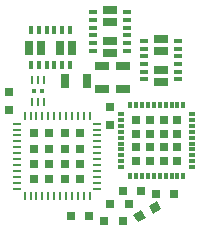
<source format=gbr>
G04 #@! TF.FileFunction,Paste,Top*
%FSLAX46Y46*%
G04 Gerber Fmt 4.6, Leading zero omitted, Abs format (unit mm)*
G04 Created by KiCad (PCBNEW 4.0.6) date Tue Feb  6 04:03:57 2018*
%MOMM*%
%LPD*%
G01*
G04 APERTURE LIST*
%ADD10C,0.100000*%
%ADD11R,0.750000X0.800000*%
%ADD12R,0.800000X0.750000*%
%ADD13R,0.800000X0.800000*%
%ADD14R,0.250000X0.700000*%
%ADD15R,0.426000X0.366000*%
%ADD16R,0.300000X0.500000*%
%ADD17R,0.500000X0.300000*%
%ADD18R,0.690000X0.690000*%
%ADD19R,0.700000X0.250000*%
%ADD20R,0.772500X0.772500*%
%ADD21R,0.790000X0.420000*%
%ADD22R,1.200000X0.800000*%
%ADD23R,0.420000X0.790000*%
%ADD24R,0.800000X1.200000*%
%ADD25R,1.300000X0.700000*%
%ADD26R,0.700000X1.300000*%
G04 APERTURE END LIST*
D10*
D11*
X161036000Y-90678000D03*
X161036000Y-89178000D03*
D12*
X164985000Y-96520000D03*
X166485000Y-96520000D03*
X162203000Y-96266000D03*
X163703000Y-96266000D03*
D11*
X152527000Y-89396000D03*
X152527000Y-87896000D03*
D12*
X159246000Y-98425000D03*
X157746000Y-98425000D03*
D13*
X161100000Y-97400000D03*
X162700000Y-97400000D03*
X162179000Y-98806000D03*
X160579000Y-98806000D03*
D14*
X154440000Y-88718000D03*
X154940000Y-88718000D03*
X155440000Y-88718000D03*
X155440000Y-86868000D03*
X154940000Y-86868000D03*
X154440000Y-86868000D03*
D15*
X155295000Y-87793000D03*
X154585000Y-87793000D03*
D16*
X162771000Y-95015000D03*
X163271000Y-95015000D03*
X163771000Y-95015000D03*
X164271000Y-95015000D03*
X164771000Y-95015000D03*
X165271000Y-95015000D03*
X165771000Y-95015000D03*
X166271000Y-95015000D03*
X166771000Y-95015000D03*
X167271000Y-95015000D03*
D17*
X168021000Y-94265000D03*
X168021000Y-93765000D03*
X168021000Y-93265000D03*
X168021000Y-92765000D03*
X168021000Y-92265000D03*
X168021000Y-91765000D03*
X168021000Y-91265000D03*
X168021000Y-90765000D03*
X168021000Y-90265000D03*
X168021000Y-89765000D03*
D16*
X167271000Y-89015000D03*
X166771000Y-89015000D03*
X166271000Y-89015000D03*
X165771000Y-89015000D03*
X165271000Y-89015000D03*
X164771000Y-89015000D03*
X164271000Y-89015000D03*
X163771000Y-89015000D03*
X163271000Y-89015000D03*
X162771000Y-89015000D03*
D17*
X162021000Y-89765000D03*
X162021000Y-90265000D03*
X162021000Y-90765000D03*
X162021000Y-91265000D03*
X162021000Y-91765000D03*
X162021000Y-92265000D03*
X162021000Y-92765000D03*
X162021000Y-93265000D03*
X162021000Y-93765000D03*
X162021000Y-94265000D03*
D18*
X166746000Y-90290000D03*
X165596000Y-90290000D03*
X164446000Y-90290000D03*
X163296000Y-90290000D03*
X166746000Y-91440000D03*
X165596000Y-91440000D03*
X164446000Y-91440000D03*
X163296000Y-91440000D03*
X166746000Y-92590000D03*
X165596000Y-92590000D03*
X164446000Y-92590000D03*
X163296000Y-92590000D03*
X166746000Y-93740000D03*
X165596000Y-93740000D03*
X164446000Y-93740000D03*
X163296000Y-93740000D03*
D19*
X153182250Y-90586250D03*
X153182250Y-91086250D03*
X153182250Y-91586250D03*
X153182250Y-92086250D03*
X153182250Y-92586250D03*
X153182250Y-93086250D03*
X153182250Y-93586250D03*
X153182250Y-94086250D03*
X153182250Y-94586250D03*
X153182250Y-95086250D03*
X153182250Y-95586250D03*
X153182250Y-96086250D03*
D14*
X153832250Y-96736250D03*
X154332250Y-96736250D03*
X154832250Y-96736250D03*
X155332250Y-96736250D03*
X155832250Y-96736250D03*
X156332250Y-96736250D03*
X156832250Y-96736250D03*
X157332250Y-96736250D03*
X157832250Y-96736250D03*
X158332250Y-96736250D03*
X158832250Y-96736250D03*
X159332250Y-96736250D03*
D19*
X159982250Y-96086250D03*
X159982250Y-95586250D03*
X159982250Y-95086250D03*
X159982250Y-94586250D03*
X159982250Y-94086250D03*
X159982250Y-93586250D03*
X159982250Y-93086250D03*
X159982250Y-92586250D03*
X159982250Y-92086250D03*
X159982250Y-91586250D03*
X159982250Y-91086250D03*
X159982250Y-90586250D03*
D14*
X159332250Y-89936250D03*
X158832250Y-89936250D03*
X158332250Y-89936250D03*
X157832250Y-89936250D03*
X157332250Y-89936250D03*
X156832250Y-89936250D03*
X156332250Y-89936250D03*
X155832250Y-89936250D03*
X155332250Y-89936250D03*
X154832250Y-89936250D03*
X154332250Y-89936250D03*
X153832250Y-89936250D03*
D20*
X158513500Y-95267500D03*
X158513500Y-93980000D03*
X158513500Y-92692500D03*
X158513500Y-91405000D03*
X157226000Y-95267500D03*
X157226000Y-93980000D03*
X157226000Y-92692500D03*
X157226000Y-91405000D03*
X155938500Y-95267500D03*
X155938500Y-93980000D03*
X155938500Y-92692500D03*
X155938500Y-91405000D03*
X154651000Y-95267500D03*
X154651000Y-93980000D03*
X154651000Y-92692500D03*
X154651000Y-91405000D03*
D21*
X166809000Y-85542000D03*
X166809000Y-84892000D03*
X166809000Y-86192000D03*
X163899000Y-86842000D03*
X166809000Y-86842000D03*
X163899000Y-86192000D03*
X163899000Y-85542000D03*
X163899000Y-84892000D03*
X166809000Y-84242000D03*
X163899000Y-83592000D03*
X163899000Y-84242000D03*
X166809000Y-83592000D03*
D22*
X165354000Y-83417000D03*
X165354000Y-84417000D03*
X165354000Y-86017000D03*
X165354000Y-87017000D03*
D21*
X162491000Y-83116500D03*
X162491000Y-82466500D03*
X162491000Y-83766500D03*
X159581000Y-84416500D03*
X162491000Y-84416500D03*
X159581000Y-83766500D03*
X159581000Y-83116500D03*
X159581000Y-82466500D03*
X162491000Y-81816500D03*
X159581000Y-81166500D03*
X159581000Y-81816500D03*
X162491000Y-81166500D03*
D22*
X161036000Y-80991500D03*
X161036000Y-81991500D03*
X161036000Y-83591500D03*
X161036000Y-84591500D03*
D23*
X156337000Y-82688000D03*
X155687000Y-82688000D03*
X156987000Y-82688000D03*
X157637000Y-85598000D03*
X157637000Y-82688000D03*
X156987000Y-85598000D03*
X156337000Y-85598000D03*
X155687000Y-85598000D03*
X155037000Y-82688000D03*
X154387000Y-85598000D03*
X155037000Y-85598000D03*
X154387000Y-82688000D03*
D24*
X154212000Y-84143000D03*
X155212000Y-84143000D03*
X156812000Y-84143000D03*
X157812000Y-84143000D03*
D25*
X160401000Y-85730000D03*
X160401000Y-87630000D03*
X162179000Y-85730000D03*
X162179000Y-87630000D03*
D26*
X159126000Y-87000000D03*
X157226000Y-87000000D03*
D10*
G36*
X165019429Y-97144240D02*
X165394429Y-97793760D01*
X164701609Y-98193760D01*
X164326609Y-97544240D01*
X165019429Y-97144240D01*
X165019429Y-97144240D01*
G37*
G36*
X163720391Y-97894240D02*
X164095391Y-98543760D01*
X163402571Y-98943760D01*
X163027571Y-98294240D01*
X163720391Y-97894240D01*
X163720391Y-97894240D01*
G37*
M02*

</source>
